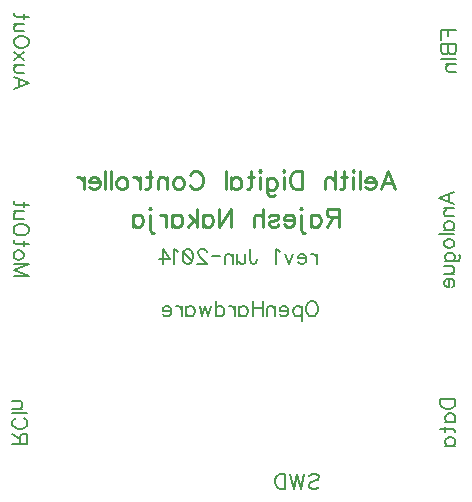
<source format=gbr>
G04 DipTrace Beta 2.3.9.1*
%INBottomSilk.gbr*%
%MOMM*%
%ADD70C,0.196*%
%ADD71C,0.235*%
%FSLAX53Y53*%
G04*
G71*
G90*
G75*
G01*
%LNBotSilk*%
%LPD*%
X42731Y37001D2*
D71*
X43316Y38532D1*
X43898Y37001D1*
X43679Y37512D2*
X42950D1*
X42260Y37584D2*
X41386D1*
Y37731D1*
X41458Y37877D1*
X41531Y37950D1*
X41677Y38022D1*
X41896D1*
X42041Y37950D1*
X42188Y37803D1*
X42260Y37584D1*
Y37439D1*
X42188Y37220D1*
X42041Y37075D1*
X41896Y37001D1*
X41677D1*
X41531Y37075D1*
X41386Y37220D1*
X40915Y38532D2*
Y37001D1*
X40445Y38532D2*
X40372Y38460D1*
X40298Y38532D1*
X40372Y38607D1*
X40445Y38532D1*
X40372Y38022D2*
Y37001D1*
X39609Y38532D2*
Y37293D1*
X39536Y37075D1*
X39390Y37001D1*
X39245D1*
X39828Y38022D2*
X39317D1*
X38774Y38532D2*
Y37001D1*
Y37731D2*
X38555Y37950D1*
X38409Y38022D1*
X38190D1*
X38045Y37950D1*
X37972Y37731D1*
Y37001D1*
X36020Y38532D2*
Y37001D1*
X35510D1*
X35291Y37075D1*
X35144Y37220D1*
X35072Y37367D1*
X35000Y37584D1*
Y37950D1*
X35072Y38169D1*
X35144Y38313D1*
X35291Y38460D1*
X35510Y38532D1*
X36020D1*
X34529D2*
X34457Y38460D1*
X34382Y38532D1*
X34457Y38607D1*
X34529Y38532D1*
X34457Y38022D2*
Y37001D1*
X33038Y37950D2*
Y36782D1*
X33110Y36565D1*
X33182Y36491D1*
X33329Y36418D1*
X33548D1*
X33693Y36491D1*
X33038Y37731D2*
X33182Y37875D1*
X33329Y37950D1*
X33548D1*
X33693Y37875D1*
X33839Y37731D1*
X33912Y37512D1*
Y37365D1*
X33839Y37148D1*
X33693Y37001D1*
X33548Y36929D1*
X33329D1*
X33182Y37001D1*
X33038Y37148D1*
X32567Y38532D2*
X32494Y38460D1*
X32420Y38532D1*
X32494Y38607D1*
X32567Y38532D1*
X32494Y38022D2*
Y37001D1*
X31731Y38532D2*
Y37293D1*
X31658Y37075D1*
X31512Y37001D1*
X31367D1*
X31950Y38022D2*
X31439D1*
X30022D2*
Y37001D1*
Y37803D2*
X30167Y37950D1*
X30313Y38022D1*
X30531D1*
X30677Y37950D1*
X30822Y37803D1*
X30896Y37584D1*
Y37439D1*
X30822Y37220D1*
X30677Y37075D1*
X30531Y37001D1*
X30313D1*
X30167Y37075D1*
X30022Y37220D1*
X29551Y38532D2*
Y37001D1*
X26506Y38169D2*
X26579Y38313D1*
X26725Y38460D1*
X26870Y38532D1*
X27161D1*
X27308Y38460D1*
X27453Y38313D1*
X27527Y38169D1*
X27599Y37950D1*
Y37584D1*
X27527Y37367D1*
X27453Y37220D1*
X27308Y37075D1*
X27161Y37001D1*
X26870D1*
X26725Y37075D1*
X26579Y37220D1*
X26506Y37367D1*
X25672Y38022D2*
X25817Y37950D1*
X25963Y37803D1*
X26036Y37584D1*
Y37439D1*
X25963Y37220D1*
X25817Y37075D1*
X25672Y37001D1*
X25453D1*
X25306Y37075D1*
X25161Y37220D1*
X25087Y37439D1*
Y37584D1*
X25161Y37803D1*
X25306Y37950D1*
X25453Y38022D1*
X25672D1*
X24617D2*
Y37001D1*
Y37731D2*
X24398Y37950D1*
X24251Y38022D1*
X24034D1*
X23887Y37950D1*
X23815Y37731D1*
Y37001D1*
X23125Y38532D2*
Y37293D1*
X23053Y37075D1*
X22906Y37001D1*
X22761D1*
X23344Y38022D2*
X22834D1*
X22291D2*
Y37001D1*
Y37584D2*
X22216Y37803D1*
X22072Y37950D1*
X21925Y38022D1*
X21706D1*
X20872D2*
X21016Y37950D1*
X21163Y37803D1*
X21235Y37584D1*
Y37439D1*
X21163Y37220D1*
X21016Y37075D1*
X20872Y37001D1*
X20653D1*
X20506Y37075D1*
X20361Y37220D1*
X20287Y37439D1*
Y37584D1*
X20361Y37803D1*
X20506Y37950D1*
X20653Y38022D1*
X20872D1*
X19816Y38532D2*
Y37001D1*
X19346Y38532D2*
Y37001D1*
X18875Y37584D2*
X18001D1*
Y37731D1*
X18073Y37877D1*
X18146Y37950D1*
X18292Y38022D1*
X18511D1*
X18656Y37950D1*
X18803Y37803D1*
X18875Y37584D1*
Y37439D1*
X18803Y37220D1*
X18656Y37075D1*
X18511Y37001D1*
X18292D1*
X18146Y37075D1*
X18001Y37220D1*
X17530Y38022D2*
Y37001D1*
Y37584D2*
X17456Y37803D1*
X17311Y37950D1*
X17165Y38022D1*
X16946D1*
X39116Y34628D2*
X38461D1*
X38242Y34702D1*
X38168Y34775D1*
X38095Y34919D1*
Y35066D1*
X38168Y35211D1*
X38242Y35285D1*
X38461Y35357D1*
X39116D1*
Y33826D1*
X38606Y34628D2*
X38095Y33826D1*
X36750Y34847D2*
Y33826D1*
Y34628D2*
X36895Y34775D1*
X37042Y34847D1*
X37259D1*
X37406Y34775D1*
X37551Y34628D1*
X37625Y34409D1*
Y34264D1*
X37551Y34045D1*
X37406Y33900D1*
X37259Y33826D1*
X37042D1*
X36895Y33900D1*
X36750Y34045D1*
X35988Y35359D2*
X35914Y35287D1*
X35842Y35359D1*
X35914Y35432D1*
X35988Y35359D1*
X35914Y34849D2*
Y33609D1*
X35988Y33390D1*
X36133Y33317D1*
X36280D1*
X35371Y34409D2*
X34497D1*
Y34556D1*
X34569Y34702D1*
X34642Y34775D1*
X34788Y34847D1*
X35007D1*
X35152Y34775D1*
X35299Y34628D1*
X35371Y34409D1*
Y34264D1*
X35299Y34045D1*
X35152Y33900D1*
X35007Y33826D1*
X34788D1*
X34642Y33900D1*
X34497Y34045D1*
X33224Y34628D2*
X33297Y34775D1*
X33516Y34847D1*
X33735D1*
X33954Y34775D1*
X34026Y34628D1*
X33954Y34483D1*
X33807Y34409D1*
X33443Y34337D1*
X33297Y34264D1*
X33224Y34118D1*
Y34045D1*
X33297Y33900D1*
X33516Y33826D1*
X33735D1*
X33954Y33900D1*
X34026Y34045D1*
X32754Y35357D2*
Y33826D1*
Y34556D2*
X32535Y34775D1*
X32388Y34847D1*
X32169D1*
X32024Y34775D1*
X31952Y34556D1*
Y33826D1*
X28979Y35357D2*
Y33826D1*
X30000Y35357D1*
Y33826D1*
X27634Y34847D2*
Y33826D1*
Y34628D2*
X27779Y34775D1*
X27926Y34847D1*
X28143D1*
X28290Y34775D1*
X28434Y34628D1*
X28509Y34409D1*
Y34264D1*
X28434Y34045D1*
X28290Y33900D1*
X28143Y33826D1*
X27926D1*
X27779Y33900D1*
X27634Y34045D1*
X27164Y35357D2*
Y33826D1*
X26434Y34847D2*
X27164Y34118D1*
X26872Y34409D2*
X26362Y33826D1*
X25017Y34847D2*
Y33826D1*
Y34628D2*
X25162Y34775D1*
X25308Y34847D1*
X25526D1*
X25672Y34775D1*
X25817Y34628D1*
X25891Y34409D1*
Y34264D1*
X25817Y34045D1*
X25672Y33900D1*
X25526Y33826D1*
X25308D1*
X25162Y33900D1*
X25017Y34045D1*
X24546Y34847D2*
Y33826D1*
Y34409D2*
X24472Y34628D1*
X24327Y34775D1*
X24181Y34847D1*
X23962D1*
X23200Y35359D2*
X23126Y35287D1*
X23053Y35359D1*
X23126Y35432D1*
X23200Y35359D1*
X23126Y34849D2*
Y33609D1*
X23200Y33390D1*
X23345Y33317D1*
X23491D1*
X21708Y34847D2*
Y33826D1*
Y34628D2*
X21853Y34775D1*
X22000Y34847D1*
X22217D1*
X22364Y34775D1*
X22508Y34628D1*
X22583Y34409D1*
Y34264D1*
X22508Y34045D1*
X22364Y33900D1*
X22217Y33826D1*
X22000D1*
X21853Y33900D1*
X21708Y34045D1*
X36604Y12719D2*
D70*
X36725Y12841D1*
X36908Y12901D1*
X37151D1*
X37333Y12841D1*
X37455Y12719D1*
Y12598D1*
X37393Y12476D1*
X37333Y12415D1*
X37212Y12355D1*
X36847Y12233D1*
X36725Y12173D1*
X36665Y12111D1*
X36604Y11990D1*
Y11808D1*
X36725Y11687D1*
X36908Y11625D1*
X37151D1*
X37333Y11687D1*
X37455Y11808D1*
X36212Y12901D2*
X35908Y11625D1*
X35604Y12901D1*
X35301Y11625D1*
X34997Y12901D1*
X34604D2*
Y11625D1*
X34179D1*
X33997Y11687D1*
X33874Y11808D1*
X33814Y11930D1*
X33754Y12111D1*
Y12415D1*
X33814Y12598D1*
X33874Y12719D1*
X33997Y12841D1*
X34179Y12901D1*
X34604D1*
X48910Y35765D2*
X47634Y36252D1*
X48910Y36738D1*
X48484Y36555D2*
Y35947D1*
X48059Y35373D2*
X48910D1*
X48302D2*
X48119Y35190D1*
X48059Y35068D1*
Y34887D1*
X48119Y34765D1*
X48302Y34704D1*
X48910D1*
X48059Y33584D2*
X48910D1*
X48241D2*
X48119Y33704D1*
X48059Y33826D1*
Y34008D1*
X48119Y34130D1*
X48241Y34250D1*
X48424Y34312D1*
X48545D1*
X48727Y34250D1*
X48848Y34130D1*
X48910Y34008D1*
Y33826D1*
X48848Y33704D1*
X48727Y33584D1*
X47634Y33191D2*
X48910D1*
X48059Y32496D2*
X48119Y32617D1*
X48241Y32739D1*
X48424Y32799D1*
X48545D1*
X48727Y32739D1*
X48848Y32617D1*
X48910Y32496D1*
Y32314D1*
X48848Y32191D1*
X48727Y32071D1*
X48545Y32009D1*
X48424D1*
X48241Y32071D1*
X48119Y32191D1*
X48059Y32314D1*
Y32496D1*
X48119Y30888D2*
X49092D1*
X49273Y30949D1*
X49335Y31009D1*
X49395Y31131D1*
Y31314D1*
X49335Y31434D1*
X48302Y30888D2*
X48181Y31009D1*
X48119Y31131D1*
Y31314D1*
X48181Y31434D1*
X48302Y31556D1*
X48484Y31617D1*
X48606D1*
X48788Y31556D1*
X48910Y31434D1*
X48970Y31314D1*
Y31131D1*
X48910Y31009D1*
X48788Y30888D1*
X48059Y30496D2*
X48667D1*
X48848Y30436D1*
X48910Y30314D1*
Y30131D1*
X48848Y30010D1*
X48667Y29828D1*
X48059D2*
X48910D1*
X48424Y29436D2*
Y28707D1*
X48302D1*
X48180Y28767D1*
X48119Y28828D1*
X48059Y28950D1*
Y29132D1*
X48119Y29253D1*
X48241Y29375D1*
X48424Y29436D1*
X48545D1*
X48727Y29375D1*
X48848Y29253D1*
X48910Y29132D1*
Y28950D1*
X48848Y28828D1*
X48727Y28707D1*
X12169Y15463D2*
Y16009D1*
X12230Y16192D1*
X12291Y16254D1*
X12411Y16314D1*
X12534D1*
X12654Y16254D1*
X12716Y16192D1*
X12776Y16009D1*
Y15463D1*
X11500D1*
X12169Y15889D2*
X11500Y16314D1*
X12473Y17617D2*
X12594Y17557D1*
X12716Y17435D1*
X12776Y17314D1*
Y17071D1*
X12716Y16949D1*
X12594Y16828D1*
X12473Y16767D1*
X12291Y16706D1*
X11986D1*
X11805Y16767D1*
X11683Y16828D1*
X11562Y16949D1*
X11500Y17071D1*
Y17314D1*
X11562Y17435D1*
X11683Y17557D1*
X11805Y17617D1*
X12776Y18009D2*
X11500D1*
X12351Y18402D2*
X11500D1*
X12108D2*
X12291Y18584D1*
X12351Y18706D1*
Y18887D1*
X12291Y19009D1*
X12108Y19070D1*
X11500D1*
X11594Y30629D2*
X12870D1*
X11594Y30143D1*
X12870Y29657D1*
X11594D1*
X12445Y31324D2*
X12384Y31203D1*
X12262Y31081D1*
X12080Y31021D1*
X11959D1*
X11777Y31081D1*
X11656Y31203D1*
X11594Y31324D1*
Y31507D1*
X11656Y31629D1*
X11777Y31749D1*
X11959Y31811D1*
X12080D1*
X12262Y31749D1*
X12384Y31629D1*
X12445Y31507D1*
Y31324D1*
X12870Y32386D2*
X11837D1*
X11656Y32446D1*
X11594Y32568D1*
Y32689D1*
X12445Y32203D2*
Y32629D1*
X12870Y33446D2*
X12810Y33324D1*
X12688Y33203D1*
X12567Y33142D1*
X12384Y33081D1*
X12080D1*
X11899Y33142D1*
X11777Y33203D1*
X11656Y33324D1*
X11594Y33446D1*
Y33689D1*
X11656Y33810D1*
X11777Y33932D1*
X11899Y33992D1*
X12080Y34053D1*
X12384D1*
X12567Y33992D1*
X12688Y33932D1*
X12810Y33810D1*
X12870Y33689D1*
Y33446D1*
X12445Y34445D2*
X11837D1*
X11656Y34505D1*
X11594Y34627D1*
Y34810D1*
X11656Y34931D1*
X11837Y35113D1*
X12445D2*
X11594D1*
X12870Y35688D2*
X11837D1*
X11656Y35748D1*
X11594Y35870D1*
Y35991D1*
X12445Y35505D2*
Y35931D1*
X47724Y19252D2*
X49000D1*
Y18826D1*
X48939Y18644D1*
X48818Y18522D1*
X48696Y18461D1*
X48515Y18401D1*
X48210D1*
X48027Y18461D1*
X47907Y18522D1*
X47785Y18644D1*
X47724Y18826D1*
Y19252D1*
X48150Y17280D2*
X49000D1*
X48332D2*
X48210Y17401D1*
X48150Y17523D1*
Y17704D1*
X48210Y17826D1*
X48332Y17947D1*
X48515Y18009D1*
X48635D1*
X48818Y17947D1*
X48939Y17826D1*
X49000Y17704D1*
Y17523D1*
X48939Y17401D1*
X48818Y17280D1*
X47724Y16705D2*
X48757D1*
X48939Y16645D1*
X49000Y16523D1*
Y16402D1*
X48150Y16888D2*
Y16463D1*
Y15282D2*
X49000D1*
X48332D2*
X48210Y15402D1*
X48150Y15524D1*
Y15705D1*
X48210Y15828D1*
X48332Y15948D1*
X48515Y16010D1*
X48635D1*
X48818Y15948D1*
X48939Y15828D1*
X49000Y15705D1*
Y15524D1*
X48939Y15402D1*
X48818Y15282D1*
X11625Y46474D2*
X12901Y45987D1*
X11625Y45501D1*
X12050Y45684D2*
Y46292D1*
X12476Y46866D2*
X11868D1*
X11687Y46927D1*
X11625Y47049D1*
Y47231D1*
X11687Y47352D1*
X11868Y47535D1*
X12476D2*
X11625D1*
X12476Y47927D2*
X11625Y48595D1*
X12476D2*
X11625Y47927D1*
X12901Y49352D2*
X12841Y49230D1*
X12718Y49109D1*
X12598Y49047D1*
X12415Y48987D1*
X12111D1*
X11930Y49047D1*
X11807Y49109D1*
X11687Y49230D1*
X11625Y49352D1*
Y49595D1*
X11687Y49716D1*
X11807Y49838D1*
X11930Y49898D1*
X12111Y49959D1*
X12415D1*
X12598Y49898D1*
X12718Y49838D1*
X12841Y49716D1*
X12901Y49595D1*
Y49352D1*
X12476Y50351D2*
X11868D1*
X11687Y50411D1*
X11625Y50533D1*
Y50716D1*
X11687Y50836D1*
X11868Y51019D1*
X12476D2*
X11625D1*
X12901Y51594D2*
X11868D1*
X11687Y51654D1*
X11625Y51776D1*
Y51897D1*
X12476Y51411D2*
Y51836D1*
X47800Y49652D2*
Y50442D1*
X49076D1*
X48407D2*
Y49956D1*
X47800Y49259D2*
X49076D1*
Y48712D1*
X49014Y48529D1*
X48953Y48469D1*
X48833Y48409D1*
X48650D1*
X48528Y48469D1*
X48468Y48529D1*
X48407Y48712D1*
X48346Y48529D1*
X48285Y48469D1*
X48165Y48409D1*
X48042D1*
X47922Y48469D1*
X47860Y48529D1*
X47800Y48712D1*
Y49259D1*
X48407D2*
Y48712D1*
X47800Y48017D2*
X49076D1*
X48225Y47624D2*
X49076D1*
X48468D2*
X48285Y47442D1*
X48225Y47320D1*
Y47139D1*
X48285Y47017D1*
X48468Y46956D1*
X49076D1*
X37272Y31526D2*
Y30675D1*
Y31161D2*
X37210Y31343D1*
X37089Y31465D1*
X36967Y31526D1*
X36785D1*
X36392Y31161D2*
X35664D1*
Y31283D1*
X35724Y31405D1*
X35785Y31465D1*
X35907Y31526D1*
X36089D1*
X36210Y31465D1*
X36332Y31343D1*
X36392Y31161D1*
Y31040D1*
X36332Y30858D1*
X36210Y30737D1*
X36089Y30675D1*
X35907D1*
X35785Y30737D1*
X35664Y30858D1*
X35272Y31526D2*
X34907Y30675D1*
X34543Y31526D1*
X34151Y31707D2*
X34029Y31769D1*
X33846Y31950D1*
Y30675D1*
X31612Y31951D2*
Y30980D1*
X31672Y30797D1*
X31734Y30737D1*
X31855Y30675D1*
X31977D1*
X32098Y30737D1*
X32158Y30797D1*
X32220Y30980D1*
Y31100D1*
X31220Y31526D2*
Y30918D1*
X31159Y30737D1*
X31037Y30675D1*
X30855D1*
X30734Y30737D1*
X30551Y30918D1*
Y31526D2*
Y30675D1*
X30159Y31526D2*
Y30675D1*
Y31283D2*
X29977Y31465D1*
X29855Y31526D1*
X29674D1*
X29551Y31465D1*
X29491Y31283D1*
Y30675D1*
X29099Y31312D2*
X28397D1*
X27943Y31646D2*
Y31707D1*
X27883Y31829D1*
X27822Y31889D1*
X27700Y31950D1*
X27457D1*
X27337Y31889D1*
X27276Y31829D1*
X27214Y31707D1*
Y31586D1*
X27276Y31464D1*
X27397Y31283D1*
X28005Y30675D1*
X27154D1*
X26397Y31950D2*
X26579Y31889D1*
X26702Y31707D1*
X26762Y31404D1*
Y31221D1*
X26702Y30918D1*
X26579Y30735D1*
X26397Y30675D1*
X26276D1*
X26094Y30735D1*
X25973Y30918D1*
X25911Y31221D1*
Y31404D1*
X25973Y31707D1*
X26094Y31889D1*
X26276Y31950D1*
X26397D1*
X25973Y31707D2*
X26702Y30918D1*
X25519Y31707D2*
X25397Y31769D1*
X25214Y31950D1*
Y30675D1*
X24214D2*
Y31950D1*
X24822Y31100D1*
X23911D1*
X36987Y27506D2*
X37109Y27446D1*
X37229Y27324D1*
X37291Y27203D1*
X37352Y27020D1*
Y26716D1*
X37291Y26535D1*
X37229Y26413D1*
X37109Y26292D1*
X36987Y26230D1*
X36744D1*
X36623Y26292D1*
X36501Y26413D1*
X36440Y26535D1*
X36380Y26716D1*
Y27020D1*
X36440Y27203D1*
X36501Y27324D1*
X36623Y27446D1*
X36744Y27506D1*
X36987D1*
X35988Y27081D2*
Y25805D1*
Y26898D2*
X35866Y27019D1*
X35745Y27081D1*
X35563D1*
X35440Y27019D1*
X35320Y26898D1*
X35258Y26716D1*
Y26594D1*
X35320Y26413D1*
X35440Y26290D1*
X35563Y26230D1*
X35745D1*
X35866Y26290D1*
X35988Y26413D1*
X34866Y26716D2*
X34137D1*
Y26838D1*
X34198Y26960D1*
X34258Y27020D1*
X34380Y27081D1*
X34563D1*
X34683Y27020D1*
X34805Y26898D1*
X34866Y26716D1*
Y26595D1*
X34805Y26413D1*
X34683Y26292D1*
X34563Y26230D1*
X34380D1*
X34258Y26292D1*
X34137Y26413D1*
X33745Y27081D2*
Y26230D1*
Y26838D2*
X33563Y27020D1*
X33440Y27081D1*
X33259D1*
X33137Y27020D1*
X33077Y26838D1*
Y26230D1*
X32685Y27506D2*
Y26230D1*
X31834Y27506D2*
Y26230D1*
X32685Y26898D2*
X31834D1*
X30713Y27081D2*
Y26230D1*
Y26898D2*
X30834Y27020D1*
X30956Y27081D1*
X31137D1*
X31259Y27020D1*
X31380Y26898D1*
X31442Y26716D1*
Y26595D1*
X31380Y26413D1*
X31259Y26292D1*
X31137Y26230D1*
X30956D1*
X30834Y26292D1*
X30713Y26413D1*
X30321Y27081D2*
Y26230D1*
Y26716D2*
X30259Y26898D1*
X30138Y27020D1*
X30016Y27081D1*
X29834D1*
X28713Y27506D2*
Y26230D1*
Y26898D2*
X28834Y27020D1*
X28956Y27081D1*
X29138D1*
X29259Y27020D1*
X29381Y26898D1*
X29442Y26716D1*
Y26595D1*
X29381Y26413D1*
X29259Y26292D1*
X29138Y26230D1*
X28956D1*
X28834Y26292D1*
X28713Y26413D1*
X28321Y27081D2*
X28078Y26230D1*
X27835Y27081D1*
X27592Y26230D1*
X27349Y27081D1*
X26229D2*
Y26230D1*
Y26898D2*
X26349Y27020D1*
X26472Y27081D1*
X26653D1*
X26775Y27020D1*
X26896Y26898D1*
X26957Y26716D1*
Y26595D1*
X26896Y26413D1*
X26775Y26292D1*
X26653Y26230D1*
X26472D1*
X26349Y26292D1*
X26229Y26413D1*
X25837Y27081D2*
Y26230D1*
Y26716D2*
X25775Y26898D1*
X25654Y27020D1*
X25532Y27081D1*
X25349D1*
X24957Y26716D2*
X24229D1*
Y26838D1*
X24289Y26960D1*
X24349Y27020D1*
X24472Y27081D1*
X24654D1*
X24775Y27020D1*
X24897Y26898D1*
X24957Y26716D1*
Y26595D1*
X24897Y26413D1*
X24775Y26292D1*
X24654Y26230D1*
X24472D1*
X24349Y26292D1*
X24229Y26413D1*
M02*

</source>
